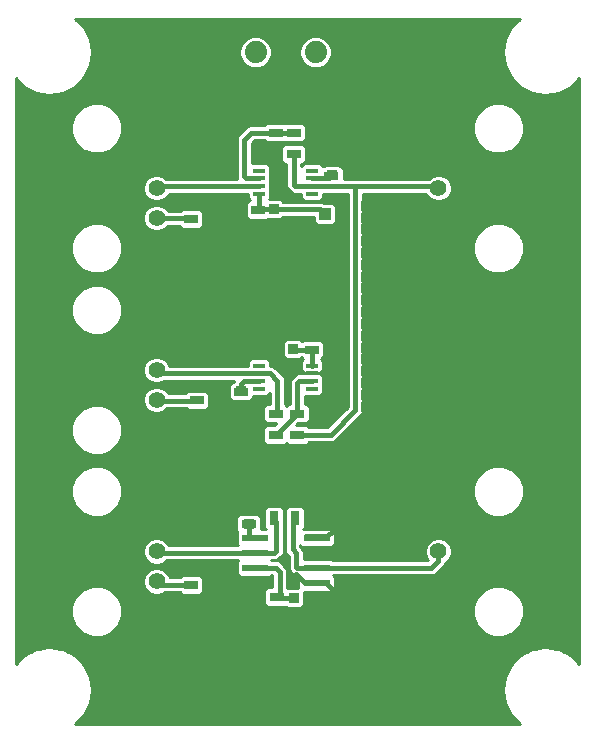
<source format=gtl>
G75*
%MOIN*%
%OFA0B0*%
%FSLAX24Y24*%
%IPPOS*%
%LPD*%
%AMOC8*
5,1,8,0,0,1.08239X$1,22.5*
%
%ADD10R,0.0394X0.0157*%
%ADD11R,0.0870X0.0240*%
%ADD12C,0.0554*%
%ADD13R,0.0472X0.0315*%
%ADD14R,0.0315X0.0472*%
%ADD15C,0.0740*%
%ADD16C,0.0160*%
%ADD17C,0.0100*%
%ADD18R,0.0317X0.0317*%
%ADD19OC8,0.0317*%
%ADD20R,0.0396X0.0396*%
D10*
X016759Y011772D03*
X016759Y012028D03*
X016759Y012284D03*
X016759Y012540D03*
X018541Y012540D03*
X018541Y012284D03*
X018541Y012028D03*
X018541Y011772D03*
X018540Y018270D03*
X018540Y018526D03*
X018540Y018782D03*
X018540Y019038D03*
X016759Y019038D03*
X016759Y018782D03*
X016759Y018526D03*
X016759Y018270D03*
D11*
X016620Y006798D03*
X016620Y006298D03*
X016620Y005798D03*
X016620Y005298D03*
X018680Y005298D03*
X018680Y005798D03*
X018680Y006298D03*
X018680Y006798D03*
D12*
X022736Y006351D03*
X022736Y007351D03*
X013351Y006351D03*
X013351Y005351D03*
X013351Y011394D03*
X013351Y012394D03*
X013351Y017457D03*
X013351Y018457D03*
X022736Y018457D03*
X022736Y019457D03*
D13*
X019175Y019569D03*
X019175Y018860D03*
X017914Y019600D03*
X017314Y019600D03*
X017314Y020308D03*
X017914Y020308D03*
X016723Y017736D03*
X016723Y017027D03*
X014500Y016725D03*
X014500Y017433D03*
X018530Y013783D03*
X018530Y013074D03*
X016157Y011674D03*
X016157Y010966D03*
X017318Y010937D03*
X017318Y010229D03*
X018044Y010229D03*
X018044Y010937D03*
X014697Y010672D03*
X014697Y011381D03*
X016417Y007976D03*
X016417Y007267D03*
X014500Y005229D03*
X014500Y004520D03*
X017348Y004835D03*
X017348Y004126D03*
D14*
X017260Y007448D03*
X017969Y007448D03*
D15*
X017650Y022985D03*
X016650Y022985D03*
X018650Y022985D03*
D16*
X017914Y020308D02*
X017314Y020308D01*
X017314Y020307D01*
X016508Y020307D01*
X016272Y020071D01*
X016272Y018851D01*
X016340Y018782D01*
X016759Y018782D01*
X016759Y018526D02*
X013474Y018526D01*
X013351Y018457D01*
X013351Y017457D02*
X014480Y017454D01*
X014500Y017433D01*
X016723Y017736D02*
X016736Y017748D01*
X017256Y017748D01*
X018792Y017748D01*
X018949Y017591D01*
X018540Y018526D02*
X017974Y018526D01*
X017925Y018575D01*
X017925Y019589D01*
X017914Y019600D01*
X018540Y018782D02*
X019097Y018782D01*
X019175Y018860D01*
X019175Y018880D01*
X019185Y018890D01*
X018540Y018526D02*
X019973Y018526D01*
X019973Y011056D01*
X019146Y010229D01*
X018044Y010229D01*
X017897Y010808D02*
X017318Y010229D01*
X017897Y010808D02*
X018026Y010937D01*
X018044Y010955D01*
X018044Y011961D01*
X018110Y012028D01*
X018541Y012028D01*
X018541Y012540D02*
X018541Y013064D01*
X018530Y013074D01*
X017914Y013074D01*
X017886Y013103D01*
X017130Y012284D02*
X016759Y012284D01*
X013484Y012284D01*
X013351Y012394D01*
X013351Y011394D02*
X013379Y011366D01*
X014682Y011366D01*
X014697Y011381D01*
X016154Y011678D02*
X016157Y011674D01*
X016154Y011678D02*
X016154Y011685D01*
X016154Y011922D01*
X016260Y012028D01*
X016759Y012028D01*
X017130Y012284D02*
X017374Y012040D01*
X017374Y010994D01*
X017318Y010937D01*
X018026Y010937D02*
X018044Y010937D01*
X017969Y007448D02*
X017886Y007444D01*
X017886Y006410D01*
X017997Y006298D01*
X017997Y005826D01*
X018044Y005780D01*
X018661Y005780D01*
X018680Y005798D01*
X022511Y005798D01*
X022729Y006016D01*
X022729Y006343D01*
X022736Y006351D01*
X019461Y007079D02*
X019421Y007040D01*
X019225Y007040D01*
X019028Y006843D01*
X018319Y006843D01*
X017335Y006370D02*
X017335Y007334D01*
X017260Y007448D01*
X016429Y007276D02*
X016417Y007267D01*
X016417Y006830D01*
X016588Y006830D01*
X016620Y006798D01*
X016417Y006830D02*
X016390Y006804D01*
X016620Y006298D02*
X017263Y006298D01*
X017335Y006370D01*
X017316Y005798D02*
X016620Y005798D01*
X017316Y005798D02*
X017453Y005662D01*
X017453Y004940D01*
X017348Y004835D01*
X017388Y004796D01*
X017925Y004796D01*
X018280Y005307D02*
X018004Y005583D01*
X018280Y005307D02*
X018988Y005307D01*
X019303Y004993D01*
X016620Y006298D02*
X013458Y006298D01*
X013351Y006351D01*
X013351Y005351D02*
X013473Y005229D01*
X014500Y005229D01*
X016723Y017736D02*
X016732Y017736D01*
X016744Y017748D01*
X016723Y017736D02*
X016759Y017850D01*
X016759Y018270D01*
X019973Y018526D02*
X022648Y018526D01*
X022736Y018457D01*
D17*
X008651Y022119D02*
X008651Y002590D01*
X008938Y002878D01*
X008938Y002878D01*
X009335Y003080D01*
X009335Y003080D01*
X009776Y003150D01*
X009776Y003150D01*
X010216Y003080D01*
X010613Y002878D01*
X010929Y002562D01*
X010929Y002562D01*
X011131Y002165D01*
X011131Y002165D01*
X011201Y001725D01*
X011131Y001284D01*
X011131Y001284D01*
X010929Y000887D01*
X010929Y000887D01*
X010641Y000600D01*
X025446Y000600D01*
X025158Y000887D01*
X025158Y000887D01*
X024956Y001284D01*
X024956Y001284D01*
X024886Y001725D01*
X024886Y001725D01*
X024956Y002165D01*
X024956Y002165D01*
X025158Y002562D01*
X025158Y002562D01*
X025474Y002878D01*
X025474Y002878D01*
X025871Y003080D01*
X025871Y003080D01*
X026311Y003150D01*
X026311Y003150D01*
X026752Y003080D01*
X026752Y003080D01*
X027149Y002878D01*
X027149Y002878D01*
X027436Y002590D01*
X027436Y022119D01*
X027149Y021832D01*
X027149Y021832D01*
X026752Y021629D01*
X026752Y021629D01*
X026311Y021560D01*
X026311Y021560D01*
X025871Y021629D01*
X025871Y021629D01*
X025474Y021832D01*
X025474Y021832D01*
X025158Y022147D01*
X025158Y022147D01*
X024956Y022544D01*
X024886Y022985D01*
X024956Y023425D01*
X025158Y023822D01*
X025446Y024109D01*
X010641Y024109D01*
X010929Y023822D01*
X010929Y023822D01*
X011131Y023425D01*
X011131Y023425D01*
X011201Y022985D01*
X011131Y022544D01*
X010929Y022147D01*
X010929Y022147D01*
X010613Y021832D01*
X010613Y021832D01*
X010216Y021629D01*
X010216Y021629D01*
X009776Y021560D01*
X009776Y021560D01*
X009335Y021629D01*
X009335Y021629D01*
X008938Y021832D01*
X008938Y021832D01*
X008651Y022119D01*
X008651Y022116D02*
X008654Y022116D01*
X008651Y022017D02*
X008753Y022017D01*
X008851Y021919D02*
X008651Y021919D01*
X008651Y021820D02*
X008961Y021820D01*
X009155Y021722D02*
X008651Y021722D01*
X008651Y021623D02*
X009375Y021623D01*
X008651Y021525D02*
X027436Y021525D01*
X027436Y021623D02*
X026712Y021623D01*
X026932Y021722D02*
X027436Y021722D01*
X027436Y021820D02*
X027126Y021820D01*
X027236Y021919D02*
X027436Y021919D01*
X027436Y022017D02*
X027334Y022017D01*
X027433Y022116D02*
X027436Y022116D01*
X027436Y021426D02*
X008651Y021426D01*
X008651Y021328D02*
X027436Y021328D01*
X027436Y021229D02*
X025077Y021229D01*
X025214Y021172D02*
X024904Y021301D01*
X024569Y021301D01*
X024259Y021172D01*
X024021Y020935D01*
X023893Y020625D01*
X023893Y020289D01*
X024021Y019979D01*
X024259Y019742D01*
X024569Y019613D01*
X024904Y019613D01*
X025214Y019742D01*
X025452Y019979D01*
X025580Y020289D01*
X025580Y020625D01*
X025452Y020935D01*
X025214Y021172D01*
X025256Y021131D02*
X027436Y021131D01*
X027436Y021032D02*
X025355Y021032D01*
X025452Y020934D02*
X027436Y020934D01*
X027436Y020835D02*
X025493Y020835D01*
X025534Y020737D02*
X027436Y020737D01*
X027436Y020638D02*
X025575Y020638D01*
X025580Y020540D02*
X027436Y020540D01*
X027436Y020441D02*
X025580Y020441D01*
X025580Y020343D02*
X027436Y020343D01*
X027436Y020244D02*
X025561Y020244D01*
X025521Y020146D02*
X027436Y020146D01*
X027436Y020047D02*
X025480Y020047D01*
X025421Y019949D02*
X027436Y019949D01*
X027436Y019850D02*
X025323Y019850D01*
X025224Y019752D02*
X027436Y019752D01*
X027436Y019653D02*
X025000Y019653D01*
X024473Y019653D02*
X018321Y019653D01*
X018321Y019555D02*
X027436Y019555D01*
X027436Y019456D02*
X018321Y019456D01*
X018321Y019372D02*
X018321Y019828D01*
X018221Y019927D01*
X017608Y019927D01*
X017508Y019828D01*
X017508Y019372D01*
X017608Y019272D01*
X017675Y019272D01*
X017675Y018525D01*
X017713Y018434D01*
X017784Y018363D01*
X017833Y018314D01*
X017925Y018276D01*
X018174Y018276D01*
X018174Y018121D01*
X018273Y018022D01*
X018808Y018022D01*
X018907Y018121D01*
X018907Y018276D01*
X019723Y018276D01*
X019723Y011159D01*
X019042Y010479D01*
X018428Y010479D01*
X018350Y010556D01*
X017999Y010556D01*
X018052Y010610D01*
X018350Y010610D01*
X018450Y010710D01*
X018450Y011165D01*
X018350Y011265D01*
X018294Y011265D01*
X018294Y011523D01*
X018808Y011523D01*
X018908Y011623D01*
X018908Y012177D01*
X018808Y012277D01*
X018594Y012277D01*
X018591Y012278D01*
X018061Y012278D01*
X017969Y012240D01*
X017902Y012173D01*
X017832Y012103D01*
X017794Y012011D01*
X017794Y011265D01*
X017737Y011265D01*
X017681Y011209D01*
X017624Y011265D01*
X017624Y012089D01*
X017586Y012181D01*
X017516Y012252D01*
X017272Y012496D01*
X017180Y012534D01*
X017126Y012534D01*
X017126Y012689D01*
X017027Y012789D01*
X016492Y012789D01*
X016392Y012689D01*
X016392Y012534D01*
X013777Y012534D01*
X013730Y012647D01*
X013604Y012773D01*
X013440Y012841D01*
X013262Y012841D01*
X013097Y012773D01*
X012972Y012647D01*
X012903Y012483D01*
X012903Y012305D01*
X012972Y012141D01*
X013097Y012015D01*
X013262Y011947D01*
X013440Y011947D01*
X013604Y012015D01*
X013623Y012034D01*
X015930Y012034D01*
X015919Y012009D01*
X015912Y012002D01*
X015850Y012002D01*
X015751Y011902D01*
X015751Y011447D01*
X015850Y011347D01*
X016464Y011347D01*
X016563Y011447D01*
X016563Y011523D01*
X017027Y011523D01*
X017124Y011621D01*
X017124Y011265D01*
X017011Y011265D01*
X016911Y011165D01*
X016911Y010710D01*
X017011Y010610D01*
X017345Y010610D01*
X017291Y010556D01*
X017011Y010556D01*
X016911Y010457D01*
X016911Y010001D01*
X017011Y009901D01*
X017624Y009901D01*
X017681Y009958D01*
X017737Y009901D01*
X018350Y009901D01*
X018428Y009979D01*
X019196Y009979D01*
X019288Y010017D01*
X020114Y010844D01*
X020185Y010914D01*
X020223Y011006D01*
X020223Y018276D01*
X022327Y018276D01*
X022357Y018204D01*
X022483Y018078D01*
X022648Y018010D01*
X022825Y018010D01*
X022990Y018078D01*
X023116Y018204D01*
X023184Y018368D01*
X023184Y018546D01*
X023116Y018710D01*
X022990Y018836D01*
X022825Y018904D01*
X022648Y018904D01*
X022483Y018836D01*
X022423Y018776D01*
X019581Y018776D01*
X019581Y019088D01*
X019482Y019188D01*
X019446Y019188D01*
X019414Y019219D01*
X018956Y019219D01*
X018925Y019188D01*
X018907Y019188D01*
X018808Y019287D01*
X018273Y019287D01*
X018175Y019189D01*
X018175Y019272D01*
X018221Y019272D01*
X018321Y019372D01*
X018306Y019358D02*
X027436Y019358D01*
X027436Y019259D02*
X018836Y019259D01*
X018245Y019259D02*
X018175Y019259D01*
X017675Y019259D02*
X017054Y019259D01*
X017026Y019287D02*
X017126Y019187D01*
X017126Y018121D01*
X017082Y018077D01*
X017485Y018077D01*
X017564Y017998D01*
X018841Y017998D01*
X018933Y017960D01*
X018934Y017959D01*
X019218Y017959D01*
X019317Y017859D01*
X019317Y017322D01*
X019218Y017223D01*
X018681Y017223D01*
X018581Y017322D01*
X018581Y017498D01*
X017564Y017498D01*
X017485Y017420D01*
X017041Y017420D01*
X017030Y017408D01*
X016416Y017408D01*
X016317Y017508D01*
X016317Y017964D01*
X016416Y018063D01*
X016450Y018063D01*
X016392Y018121D01*
X016392Y018276D01*
X013760Y018276D01*
X013730Y018204D01*
X013604Y018078D01*
X013440Y018010D01*
X013262Y018010D01*
X013097Y018078D01*
X012972Y018204D01*
X012903Y018368D01*
X012903Y018546D01*
X012972Y018710D01*
X013097Y018836D01*
X013262Y018904D01*
X013440Y018904D01*
X013604Y018836D01*
X013664Y018776D01*
X016032Y018776D01*
X016022Y018801D01*
X016022Y020121D01*
X016060Y020213D01*
X016296Y020449D01*
X016366Y020519D01*
X016458Y020557D01*
X016930Y020557D01*
X017008Y020636D01*
X018221Y020636D01*
X018321Y020536D01*
X018321Y020080D01*
X018221Y019981D01*
X017008Y019981D01*
X016931Y020057D01*
X016612Y020057D01*
X016522Y019968D01*
X016522Y019287D01*
X017026Y019287D01*
X017126Y019161D02*
X017675Y019161D01*
X017675Y019062D02*
X017126Y019062D01*
X017126Y018964D02*
X017675Y018964D01*
X017675Y018865D02*
X017126Y018865D01*
X017126Y018767D02*
X017675Y018767D01*
X017675Y018668D02*
X017126Y018668D01*
X017126Y018570D02*
X017675Y018570D01*
X017698Y018471D02*
X017126Y018471D01*
X017126Y018373D02*
X017775Y018373D01*
X018174Y018274D02*
X017126Y018274D01*
X017126Y018176D02*
X018174Y018176D01*
X018218Y018077D02*
X017485Y018077D01*
X017552Y017486D02*
X018581Y017486D01*
X018581Y017388D02*
X014906Y017388D01*
X014906Y017486D02*
X016339Y017486D01*
X016317Y017585D02*
X014906Y017585D01*
X014906Y017661D02*
X014807Y017761D01*
X014194Y017761D01*
X014138Y017705D01*
X013732Y017706D01*
X013730Y017710D01*
X013604Y017836D01*
X013440Y017904D01*
X013262Y017904D01*
X013097Y017836D01*
X012972Y017710D01*
X012903Y017546D01*
X012903Y017368D01*
X012972Y017204D01*
X013097Y017078D01*
X013262Y017010D01*
X013440Y017010D01*
X013604Y017078D01*
X013730Y017204D01*
X013731Y017206D01*
X014095Y017205D01*
X014194Y017106D01*
X014807Y017106D01*
X014906Y017206D01*
X014906Y017661D01*
X014885Y017683D02*
X016317Y017683D01*
X016317Y017782D02*
X013659Y017782D01*
X013498Y017880D02*
X016317Y017880D01*
X016332Y017979D02*
X008651Y017979D01*
X008651Y018077D02*
X013100Y018077D01*
X013000Y018176D02*
X008651Y018176D01*
X008651Y018274D02*
X012942Y018274D01*
X012903Y018373D02*
X008651Y018373D01*
X008651Y018471D02*
X012903Y018471D01*
X012913Y018570D02*
X008651Y018570D01*
X008651Y018668D02*
X012954Y018668D01*
X013028Y018767D02*
X008651Y018767D01*
X008651Y018865D02*
X013167Y018865D01*
X013534Y018865D02*
X016022Y018865D01*
X016022Y018964D02*
X008651Y018964D01*
X008651Y019062D02*
X016022Y019062D01*
X016022Y019161D02*
X008651Y019161D01*
X008651Y019259D02*
X016022Y019259D01*
X016022Y019358D02*
X008651Y019358D01*
X008651Y019456D02*
X016022Y019456D01*
X016022Y019555D02*
X008651Y019555D01*
X008651Y019653D02*
X011087Y019653D01*
X011183Y019613D02*
X011518Y019613D01*
X011829Y019742D01*
X012066Y019979D01*
X012194Y020289D01*
X012194Y020625D01*
X012066Y020935D01*
X011829Y021172D01*
X011518Y021301D01*
X011183Y021301D01*
X010873Y021172D01*
X010635Y020935D01*
X010507Y020625D01*
X010507Y020289D01*
X010635Y019979D01*
X010873Y019742D01*
X011183Y019613D01*
X010863Y019752D02*
X008651Y019752D01*
X008651Y019850D02*
X010764Y019850D01*
X010666Y019949D02*
X008651Y019949D01*
X008651Y020047D02*
X010607Y020047D01*
X010566Y020146D02*
X008651Y020146D01*
X008651Y020244D02*
X010526Y020244D01*
X010507Y020343D02*
X008651Y020343D01*
X008651Y020441D02*
X010507Y020441D01*
X010507Y020540D02*
X008651Y020540D01*
X008651Y020638D02*
X010512Y020638D01*
X010553Y020737D02*
X008651Y020737D01*
X008651Y020835D02*
X010594Y020835D01*
X010635Y020934D02*
X008651Y020934D01*
X008651Y021032D02*
X010732Y021032D01*
X010831Y021131D02*
X008651Y021131D01*
X008651Y021229D02*
X011010Y021229D01*
X011692Y021229D02*
X024395Y021229D01*
X024217Y021131D02*
X011870Y021131D01*
X011969Y021032D02*
X024118Y021032D01*
X024021Y020934D02*
X012066Y020934D01*
X012107Y020835D02*
X023980Y020835D01*
X023939Y020737D02*
X012148Y020737D01*
X012189Y020638D02*
X023898Y020638D01*
X023893Y020540D02*
X018317Y020540D01*
X018321Y020441D02*
X023893Y020441D01*
X023893Y020343D02*
X018321Y020343D01*
X018321Y020244D02*
X023911Y020244D01*
X023952Y020146D02*
X018321Y020146D01*
X018287Y020047D02*
X023993Y020047D01*
X024052Y019949D02*
X016522Y019949D01*
X016522Y019850D02*
X017531Y019850D01*
X017508Y019752D02*
X016522Y019752D01*
X016522Y019653D02*
X017508Y019653D01*
X017508Y019555D02*
X016522Y019555D01*
X016522Y019456D02*
X017508Y019456D01*
X017522Y019358D02*
X016522Y019358D01*
X016022Y019653D02*
X011614Y019653D01*
X011838Y019752D02*
X016022Y019752D01*
X016022Y019850D02*
X011937Y019850D01*
X012035Y019949D02*
X016022Y019949D01*
X016022Y020047D02*
X012094Y020047D01*
X012135Y020146D02*
X016032Y020146D01*
X016091Y020244D02*
X012176Y020244D01*
X012194Y020343D02*
X016190Y020343D01*
X016288Y020441D02*
X012194Y020441D01*
X012194Y020540D02*
X016415Y020540D01*
X016601Y020047D02*
X016942Y020047D01*
X018298Y019850D02*
X024150Y019850D01*
X024249Y019752D02*
X018321Y019752D01*
X019509Y019161D02*
X027436Y019161D01*
X027436Y019062D02*
X019581Y019062D01*
X019581Y018964D02*
X027436Y018964D01*
X027436Y018865D02*
X022920Y018865D01*
X023059Y018767D02*
X027436Y018767D01*
X027436Y018668D02*
X023133Y018668D01*
X023174Y018570D02*
X027436Y018570D01*
X027436Y018471D02*
X023184Y018471D01*
X023184Y018373D02*
X027436Y018373D01*
X027436Y018274D02*
X023145Y018274D01*
X023087Y018176D02*
X027436Y018176D01*
X027436Y018077D02*
X022987Y018077D01*
X022485Y018077D02*
X020223Y018077D01*
X020223Y017979D02*
X027436Y017979D01*
X027436Y017880D02*
X020223Y017880D01*
X020223Y017782D02*
X027436Y017782D01*
X027436Y017683D02*
X020223Y017683D01*
X020223Y017585D02*
X027436Y017585D01*
X027436Y017486D02*
X020223Y017486D01*
X020223Y017388D02*
X027436Y017388D01*
X027436Y017289D02*
X024933Y017289D01*
X024904Y017301D02*
X025214Y017172D01*
X025452Y016935D01*
X025580Y016625D01*
X025580Y016289D01*
X025452Y015979D01*
X025214Y015742D01*
X024904Y015613D01*
X024569Y015613D01*
X024259Y015742D01*
X024021Y015979D01*
X023893Y016289D01*
X023893Y016625D01*
X024021Y016935D01*
X024259Y017172D01*
X024569Y017301D01*
X024904Y017301D01*
X025170Y017191D02*
X027436Y017191D01*
X027436Y017092D02*
X025295Y017092D01*
X025393Y016994D02*
X027436Y016994D01*
X027436Y016895D02*
X025468Y016895D01*
X025509Y016797D02*
X027436Y016797D01*
X027436Y016698D02*
X025550Y016698D01*
X025580Y016600D02*
X027436Y016600D01*
X027436Y016501D02*
X025580Y016501D01*
X025580Y016403D02*
X027436Y016403D01*
X027436Y016304D02*
X025580Y016304D01*
X025545Y016206D02*
X027436Y016206D01*
X027436Y016107D02*
X025505Y016107D01*
X025464Y016009D02*
X027436Y016009D01*
X027436Y015910D02*
X025383Y015910D01*
X025284Y015812D02*
X027436Y015812D01*
X027436Y015713D02*
X025145Y015713D01*
X024907Y015615D02*
X027436Y015615D01*
X027436Y015516D02*
X020223Y015516D01*
X020223Y015418D02*
X027436Y015418D01*
X027436Y015319D02*
X020223Y015319D01*
X020223Y015221D02*
X027436Y015221D01*
X027436Y015122D02*
X020223Y015122D01*
X020223Y015024D02*
X027436Y015024D01*
X027436Y014925D02*
X020223Y014925D01*
X020223Y014827D02*
X027436Y014827D01*
X027436Y014728D02*
X020223Y014728D01*
X020223Y014630D02*
X027436Y014630D01*
X027436Y014531D02*
X020223Y014531D01*
X020223Y014433D02*
X027436Y014433D01*
X027436Y014334D02*
X020223Y014334D01*
X020223Y014236D02*
X027436Y014236D01*
X027436Y014137D02*
X020223Y014137D01*
X020223Y014039D02*
X027436Y014039D01*
X027436Y013940D02*
X020223Y013940D01*
X020223Y013842D02*
X027436Y013842D01*
X027436Y013743D02*
X020223Y013743D01*
X020223Y013645D02*
X027436Y013645D01*
X027436Y013546D02*
X020223Y013546D01*
X020223Y013448D02*
X027436Y013448D01*
X027436Y013349D02*
X020223Y013349D01*
X020223Y013251D02*
X027436Y013251D01*
X027436Y013152D02*
X020223Y013152D01*
X020223Y013054D02*
X027436Y013054D01*
X027436Y012955D02*
X020223Y012955D01*
X020223Y012857D02*
X027436Y012857D01*
X027436Y012758D02*
X020223Y012758D01*
X020223Y012660D02*
X027436Y012660D01*
X027436Y012561D02*
X020223Y012561D01*
X020223Y012463D02*
X027436Y012463D01*
X027436Y012364D02*
X020223Y012364D01*
X020223Y012266D02*
X027436Y012266D01*
X027436Y012167D02*
X020223Y012167D01*
X020223Y012069D02*
X027436Y012069D01*
X027436Y011970D02*
X020223Y011970D01*
X020223Y011872D02*
X027436Y011872D01*
X027436Y011773D02*
X020223Y011773D01*
X020223Y011675D02*
X027436Y011675D01*
X027436Y011576D02*
X020223Y011576D01*
X020223Y011478D02*
X027436Y011478D01*
X027436Y011379D02*
X020223Y011379D01*
X020223Y011281D02*
X027436Y011281D01*
X027436Y011182D02*
X020223Y011182D01*
X020223Y011084D02*
X027436Y011084D01*
X027436Y010985D02*
X020214Y010985D01*
X020157Y010887D02*
X027436Y010887D01*
X027436Y010788D02*
X020059Y010788D01*
X019960Y010690D02*
X027436Y010690D01*
X027436Y010591D02*
X019862Y010591D01*
X019763Y010493D02*
X027436Y010493D01*
X027436Y010394D02*
X019665Y010394D01*
X019566Y010296D02*
X027436Y010296D01*
X027436Y010197D02*
X019468Y010197D01*
X019369Y010099D02*
X027436Y010099D01*
X027436Y010000D02*
X019247Y010000D01*
X019056Y010493D02*
X018414Y010493D01*
X018430Y010690D02*
X019253Y010690D01*
X019352Y010788D02*
X018450Y010788D01*
X018450Y010887D02*
X019450Y010887D01*
X019549Y010985D02*
X018450Y010985D01*
X018450Y011084D02*
X019647Y011084D01*
X019723Y011182D02*
X018433Y011182D01*
X018294Y011281D02*
X019723Y011281D01*
X019723Y011379D02*
X018294Y011379D01*
X018294Y011478D02*
X019723Y011478D01*
X019723Y011576D02*
X018861Y011576D01*
X018908Y011675D02*
X019723Y011675D01*
X019723Y011773D02*
X018908Y011773D01*
X018908Y011872D02*
X019723Y011872D01*
X019723Y011970D02*
X018908Y011970D01*
X018908Y012069D02*
X019723Y012069D01*
X019723Y012167D02*
X018908Y012167D01*
X018819Y012266D02*
X019723Y012266D01*
X019723Y012364D02*
X018881Y012364D01*
X018908Y012391D02*
X018908Y012689D01*
X018843Y012753D01*
X018936Y012847D01*
X018936Y013302D01*
X018837Y013402D01*
X018224Y013402D01*
X018184Y013363D01*
X018115Y013431D01*
X017657Y013431D01*
X017557Y013332D01*
X017557Y012874D01*
X017657Y012774D01*
X018115Y012774D01*
X018156Y012815D01*
X018224Y012747D01*
X018232Y012747D01*
X018174Y012689D01*
X018174Y012391D01*
X018274Y012291D01*
X018488Y012291D01*
X018491Y012290D01*
X018591Y012290D01*
X018594Y012291D01*
X018808Y012291D01*
X018908Y012391D01*
X018908Y012463D02*
X019723Y012463D01*
X019723Y012561D02*
X018908Y012561D01*
X018908Y012660D02*
X019723Y012660D01*
X019723Y012758D02*
X018848Y012758D01*
X018936Y012857D02*
X019723Y012857D01*
X019723Y012955D02*
X018936Y012955D01*
X018936Y013054D02*
X019723Y013054D01*
X019723Y013152D02*
X018936Y013152D01*
X018936Y013251D02*
X019723Y013251D01*
X019723Y013349D02*
X018890Y013349D01*
X019723Y013448D02*
X008651Y013448D01*
X008651Y013546D02*
X019723Y013546D01*
X019723Y013645D02*
X011746Y013645D01*
X011829Y013679D02*
X012066Y013916D01*
X012194Y014226D01*
X012194Y014562D01*
X012066Y014872D01*
X011829Y015109D01*
X011518Y015238D01*
X011183Y015238D01*
X010873Y015109D01*
X010635Y014872D01*
X010507Y014562D01*
X010507Y014226D01*
X010635Y013916D01*
X010873Y013679D01*
X011183Y013550D01*
X011518Y013550D01*
X011829Y013679D01*
X011893Y013743D02*
X019723Y013743D01*
X019723Y013842D02*
X011991Y013842D01*
X012076Y013940D02*
X019723Y013940D01*
X019723Y014039D02*
X012117Y014039D01*
X012157Y014137D02*
X019723Y014137D01*
X019723Y014236D02*
X012194Y014236D01*
X012194Y014334D02*
X019723Y014334D01*
X019723Y014433D02*
X012194Y014433D01*
X012194Y014531D02*
X019723Y014531D01*
X019723Y014630D02*
X012166Y014630D01*
X012126Y014728D02*
X019723Y014728D01*
X019723Y014827D02*
X012085Y014827D01*
X012013Y014925D02*
X019723Y014925D01*
X019723Y015024D02*
X011914Y015024D01*
X011798Y015122D02*
X019723Y015122D01*
X019723Y015221D02*
X011560Y015221D01*
X011518Y015613D02*
X011183Y015613D01*
X010873Y015742D01*
X010635Y015979D01*
X010507Y016289D01*
X010507Y016625D01*
X010635Y016935D01*
X010873Y017172D01*
X011183Y017301D01*
X011518Y017301D01*
X011829Y017172D01*
X012066Y016935D01*
X012194Y016625D01*
X012194Y016289D01*
X012066Y015979D01*
X011829Y015742D01*
X011518Y015613D01*
X011521Y015615D02*
X019723Y015615D01*
X019723Y015713D02*
X011759Y015713D01*
X011898Y015812D02*
X019723Y015812D01*
X019723Y015910D02*
X011997Y015910D01*
X012078Y016009D02*
X019723Y016009D01*
X019723Y016107D02*
X012119Y016107D01*
X012160Y016206D02*
X019723Y016206D01*
X019723Y016304D02*
X012194Y016304D01*
X012194Y016403D02*
X019723Y016403D01*
X019723Y016501D02*
X012194Y016501D01*
X012194Y016600D02*
X019723Y016600D01*
X019723Y016698D02*
X012164Y016698D01*
X012123Y016797D02*
X019723Y016797D01*
X019723Y016895D02*
X012082Y016895D01*
X012007Y016994D02*
X019723Y016994D01*
X019723Y017092D02*
X013618Y017092D01*
X013716Y017191D02*
X014109Y017191D01*
X014891Y017191D02*
X019723Y017191D01*
X019723Y017289D02*
X019284Y017289D01*
X019317Y017388D02*
X019723Y017388D01*
X019723Y017486D02*
X019317Y017486D01*
X019317Y017585D02*
X019723Y017585D01*
X019723Y017683D02*
X019317Y017683D01*
X019317Y017782D02*
X019723Y017782D01*
X019723Y017880D02*
X019297Y017880D01*
X018889Y017979D02*
X019723Y017979D01*
X019723Y018077D02*
X018863Y018077D01*
X018907Y018176D02*
X019723Y018176D01*
X019723Y018274D02*
X018907Y018274D01*
X019581Y018865D02*
X022553Y018865D01*
X022328Y018274D02*
X020223Y018274D01*
X020223Y018176D02*
X022386Y018176D01*
X024178Y017092D02*
X020223Y017092D01*
X020223Y016994D02*
X024080Y016994D01*
X024005Y016895D02*
X020223Y016895D01*
X020223Y016797D02*
X023964Y016797D01*
X023923Y016698D02*
X020223Y016698D01*
X020223Y016600D02*
X023893Y016600D01*
X023893Y016501D02*
X020223Y016501D01*
X020223Y016403D02*
X023893Y016403D01*
X023893Y016304D02*
X020223Y016304D01*
X020223Y016206D02*
X023927Y016206D01*
X023968Y016107D02*
X020223Y016107D01*
X020223Y016009D02*
X024009Y016009D01*
X024090Y015910D02*
X020223Y015910D01*
X020223Y015812D02*
X024189Y015812D01*
X024328Y015713D02*
X020223Y015713D01*
X020223Y015615D02*
X024566Y015615D01*
X024302Y017191D02*
X020223Y017191D01*
X020223Y017289D02*
X024540Y017289D01*
X019723Y015516D02*
X008651Y015516D01*
X008651Y015418D02*
X019723Y015418D01*
X019723Y015319D02*
X008651Y015319D01*
X008651Y015221D02*
X011141Y015221D01*
X010903Y015122D02*
X008651Y015122D01*
X008651Y015024D02*
X010787Y015024D01*
X010688Y014925D02*
X008651Y014925D01*
X008651Y014827D02*
X010617Y014827D01*
X010576Y014728D02*
X008651Y014728D01*
X008651Y014630D02*
X010535Y014630D01*
X010507Y014531D02*
X008651Y014531D01*
X008651Y014433D02*
X010507Y014433D01*
X010507Y014334D02*
X008651Y014334D01*
X008651Y014236D02*
X010507Y014236D01*
X010544Y014137D02*
X008651Y014137D01*
X008651Y014039D02*
X010585Y014039D01*
X010625Y013940D02*
X008651Y013940D01*
X008651Y013842D02*
X010710Y013842D01*
X010809Y013743D02*
X008651Y013743D01*
X008651Y013645D02*
X010956Y013645D01*
X012984Y012660D02*
X008651Y012660D01*
X008651Y012758D02*
X013082Y012758D01*
X012936Y012561D02*
X008651Y012561D01*
X008651Y012463D02*
X012903Y012463D01*
X012903Y012364D02*
X008651Y012364D01*
X008651Y012266D02*
X012920Y012266D01*
X012961Y012167D02*
X008651Y012167D01*
X008651Y012069D02*
X013044Y012069D01*
X013206Y011970D02*
X008651Y011970D01*
X008651Y011872D02*
X015751Y011872D01*
X015751Y011773D02*
X013604Y011773D01*
X013440Y011841D01*
X013262Y011841D01*
X013097Y011773D01*
X008651Y011773D01*
X008651Y011675D02*
X012999Y011675D01*
X012972Y011647D02*
X013097Y011773D01*
X012972Y011647D02*
X012903Y011483D01*
X012903Y011305D01*
X012972Y011141D01*
X013097Y011015D01*
X013262Y010947D01*
X013440Y010947D01*
X013604Y011015D01*
X013705Y011116D01*
X014328Y011116D01*
X014390Y011053D01*
X015004Y011053D01*
X015103Y011153D01*
X015103Y011609D01*
X015004Y011708D01*
X014390Y011708D01*
X014298Y011616D01*
X013743Y011616D01*
X013730Y011647D01*
X013604Y011773D01*
X013703Y011675D02*
X014357Y011675D01*
X015037Y011675D02*
X015751Y011675D01*
X015751Y011576D02*
X015103Y011576D01*
X015103Y011478D02*
X015751Y011478D01*
X015818Y011379D02*
X015103Y011379D01*
X015103Y011281D02*
X017124Y011281D01*
X017124Y011379D02*
X016496Y011379D01*
X016563Y011478D02*
X017124Y011478D01*
X017124Y011576D02*
X017079Y011576D01*
X016928Y011182D02*
X015103Y011182D01*
X015034Y011084D02*
X016911Y011084D01*
X016911Y010985D02*
X013532Y010985D01*
X013672Y011084D02*
X014360Y011084D01*
X013170Y010985D02*
X011953Y010985D01*
X012051Y010887D02*
X016911Y010887D01*
X016911Y010788D02*
X012101Y010788D01*
X012066Y010872D02*
X011829Y011109D01*
X011518Y011238D01*
X011183Y011238D01*
X010873Y011109D01*
X010635Y010872D01*
X010507Y010562D01*
X010507Y010226D01*
X010635Y009916D01*
X010873Y009679D01*
X011183Y009550D01*
X011518Y009550D01*
X011829Y009679D01*
X012066Y009916D01*
X012194Y010226D01*
X012194Y010562D01*
X012066Y010872D01*
X012141Y010690D02*
X016931Y010690D01*
X016947Y010493D02*
X012194Y010493D01*
X012182Y010591D02*
X017326Y010591D01*
X018033Y010591D02*
X019155Y010591D01*
X018350Y009902D02*
X027436Y009902D01*
X027436Y009803D02*
X011953Y009803D01*
X012051Y009902D02*
X017011Y009902D01*
X016912Y010000D02*
X012101Y010000D01*
X012141Y010099D02*
X016911Y010099D01*
X016911Y010197D02*
X012182Y010197D01*
X012194Y010296D02*
X016911Y010296D01*
X016911Y010394D02*
X012194Y010394D01*
X011854Y011084D02*
X013029Y011084D01*
X012954Y011182D02*
X011653Y011182D01*
X011048Y011182D02*
X008651Y011182D01*
X008651Y011084D02*
X010847Y011084D01*
X010748Y010985D02*
X008651Y010985D01*
X008651Y010887D02*
X010650Y010887D01*
X010601Y010788D02*
X008651Y010788D01*
X008651Y010690D02*
X010560Y010690D01*
X010519Y010591D02*
X008651Y010591D01*
X008651Y010493D02*
X010507Y010493D01*
X010507Y010394D02*
X008651Y010394D01*
X008651Y010296D02*
X010507Y010296D01*
X010519Y010197D02*
X008651Y010197D01*
X008651Y010099D02*
X010560Y010099D01*
X010601Y010000D02*
X008651Y010000D01*
X008651Y009902D02*
X010650Y009902D01*
X010749Y009803D02*
X008651Y009803D01*
X008651Y009705D02*
X010847Y009705D01*
X011049Y009606D02*
X008651Y009606D01*
X008651Y009508D02*
X027436Y009508D01*
X027436Y009606D02*
X011653Y009606D01*
X011854Y009705D02*
X027436Y009705D01*
X027436Y009409D02*
X008651Y009409D01*
X008651Y009311D02*
X027436Y009311D01*
X027436Y009212D02*
X008651Y009212D01*
X008651Y009114D02*
X010987Y009114D01*
X010873Y009066D02*
X010635Y008829D01*
X010507Y008519D01*
X010507Y008183D01*
X010635Y007873D01*
X010873Y007636D01*
X011183Y007507D01*
X011518Y007507D01*
X011829Y007636D01*
X016933Y007636D01*
X016933Y007538D02*
X016781Y007538D01*
X016823Y007495D02*
X016723Y007595D01*
X016668Y007595D01*
X016659Y007605D01*
X016200Y007605D01*
X016190Y007595D01*
X016110Y007595D01*
X016011Y007495D01*
X016011Y007039D01*
X016038Y007012D01*
X016015Y006989D01*
X016015Y006608D01*
X016074Y006548D01*
X013753Y006548D01*
X013730Y006604D01*
X013604Y006730D01*
X013440Y006798D01*
X013262Y006798D01*
X013097Y006730D01*
X012972Y006604D01*
X012903Y006440D01*
X012903Y006262D01*
X012972Y006097D01*
X013097Y005972D01*
X013262Y005904D01*
X013440Y005904D01*
X013604Y005972D01*
X013681Y006048D01*
X016074Y006048D01*
X016015Y005989D01*
X016015Y005608D01*
X016114Y005508D01*
X017125Y005508D01*
X017165Y005548D01*
X017203Y005548D01*
X017203Y005163D01*
X017042Y005163D01*
X016942Y005063D01*
X016942Y004607D01*
X017042Y004508D01*
X017655Y004508D01*
X017696Y004467D01*
X018155Y004467D01*
X018254Y004567D01*
X018254Y005008D01*
X019185Y005008D01*
X019285Y005108D01*
X019285Y005489D01*
X019225Y005548D01*
X019225Y005548D01*
X022561Y005548D01*
X022652Y005586D01*
X022870Y005804D01*
X022941Y005875D01*
X022979Y005966D01*
X022979Y005967D01*
X022990Y005972D01*
X023116Y006097D01*
X023184Y006262D01*
X023184Y006440D01*
X023116Y006604D01*
X022990Y006730D01*
X022825Y006798D01*
X022648Y006798D01*
X022483Y006730D01*
X022357Y006604D01*
X022289Y006440D01*
X022289Y006262D01*
X022357Y006097D01*
X022406Y006048D01*
X019225Y006048D01*
X019185Y006088D01*
X018247Y006088D01*
X018247Y006348D01*
X018209Y006440D01*
X018136Y006513D01*
X018136Y006547D01*
X018174Y006508D01*
X019185Y006508D01*
X019285Y006608D01*
X019285Y006989D01*
X019185Y007088D01*
X018243Y007088D01*
X018296Y007142D01*
X018296Y007755D01*
X018197Y007855D01*
X017741Y007855D01*
X017641Y007755D01*
X017641Y007507D01*
X017636Y007494D01*
X017636Y007488D01*
X017634Y007482D01*
X017636Y007439D01*
X017588Y007439D01*
X017636Y007439D02*
X017636Y006360D01*
X017674Y006268D01*
X017744Y006198D01*
X017747Y006195D01*
X017747Y005776D01*
X017786Y005684D01*
X017832Y005638D01*
X017902Y005568D01*
X017994Y005530D01*
X018116Y005530D01*
X018075Y005489D01*
X018075Y005124D01*
X017703Y005124D01*
X017703Y005712D01*
X017665Y005803D01*
X017595Y005874D01*
X017458Y006010D01*
X017366Y006048D01*
X017165Y006048D01*
X017165Y006048D01*
X017313Y006048D01*
X017404Y006086D01*
X017476Y006159D01*
X017747Y006159D01*
X017747Y006060D02*
X017341Y006060D01*
X017476Y006159D02*
X017547Y006229D01*
X017585Y006321D01*
X017585Y007139D01*
X017588Y007142D01*
X017588Y007321D01*
X017590Y007332D01*
X017588Y007344D01*
X017588Y007755D01*
X017488Y007855D01*
X017032Y007855D01*
X016933Y007755D01*
X016933Y007142D01*
X016986Y007088D01*
X016823Y007088D01*
X016823Y007495D01*
X016823Y007439D02*
X016933Y007439D01*
X016933Y007341D02*
X016823Y007341D01*
X016823Y007242D02*
X016933Y007242D01*
X016933Y007144D02*
X016823Y007144D01*
X017588Y007144D02*
X017636Y007144D01*
X017636Y007242D02*
X017588Y007242D01*
X017588Y007341D02*
X017636Y007341D01*
X017641Y007538D02*
X017588Y007538D01*
X017588Y007636D02*
X017641Y007636D01*
X017641Y007735D02*
X017588Y007735D01*
X017510Y007833D02*
X017719Y007833D01*
X018218Y007833D02*
X024061Y007833D01*
X024021Y007873D02*
X024259Y007636D01*
X024569Y007507D01*
X024904Y007507D01*
X025214Y007636D01*
X025452Y007873D01*
X025580Y008183D01*
X025580Y008519D01*
X025452Y008829D01*
X025214Y009066D01*
X024904Y009194D01*
X024569Y009194D01*
X024259Y009066D01*
X024021Y008829D01*
X023893Y008519D01*
X023893Y008183D01*
X024021Y007873D01*
X023997Y007932D02*
X012090Y007932D01*
X012066Y007873D02*
X012194Y008183D01*
X012194Y008519D01*
X012066Y008829D01*
X011829Y009066D01*
X011518Y009194D01*
X011183Y009194D01*
X010873Y009066D01*
X010822Y009015D02*
X008651Y009015D01*
X008651Y008917D02*
X010723Y008917D01*
X010631Y008818D02*
X008651Y008818D01*
X008651Y008720D02*
X010590Y008720D01*
X010549Y008621D02*
X008651Y008621D01*
X008651Y008523D02*
X010509Y008523D01*
X010507Y008424D02*
X008651Y008424D01*
X008651Y008326D02*
X010507Y008326D01*
X010507Y008227D02*
X008651Y008227D01*
X008651Y008129D02*
X010529Y008129D01*
X010570Y008030D02*
X008651Y008030D01*
X008651Y007932D02*
X010611Y007932D01*
X010675Y007833D02*
X008651Y007833D01*
X008651Y007735D02*
X010774Y007735D01*
X010872Y007636D02*
X008651Y007636D01*
X008651Y007538D02*
X011109Y007538D01*
X011592Y007538D02*
X016053Y007538D01*
X016011Y007439D02*
X008651Y007439D01*
X008651Y007341D02*
X016011Y007341D01*
X016011Y007242D02*
X008651Y007242D01*
X008651Y007144D02*
X016011Y007144D01*
X016011Y007045D02*
X008651Y007045D01*
X008651Y006947D02*
X016015Y006947D01*
X016015Y006848D02*
X008651Y006848D01*
X008651Y006750D02*
X013145Y006750D01*
X013018Y006651D02*
X008651Y006651D01*
X008651Y006553D02*
X012950Y006553D01*
X012909Y006454D02*
X008651Y006454D01*
X008651Y006356D02*
X012903Y006356D01*
X012905Y006257D02*
X008651Y006257D01*
X008651Y006159D02*
X012946Y006159D01*
X013009Y006060D02*
X008651Y006060D01*
X008651Y005962D02*
X013122Y005962D01*
X013181Y005765D02*
X008651Y005765D01*
X008651Y005863D02*
X016015Y005863D01*
X016015Y005765D02*
X013520Y005765D01*
X013440Y005798D02*
X013262Y005798D01*
X013097Y005730D01*
X012972Y005604D01*
X012903Y005440D01*
X012903Y005262D01*
X012972Y005097D01*
X013097Y004972D01*
X013262Y004904D01*
X013440Y004904D01*
X013604Y004972D01*
X013611Y004979D01*
X014116Y004979D01*
X014194Y004901D01*
X014807Y004901D01*
X014906Y005001D01*
X014906Y005457D01*
X014807Y005556D01*
X014194Y005556D01*
X014116Y005479D01*
X013782Y005479D01*
X013730Y005604D01*
X013604Y005730D01*
X013440Y005798D01*
X013579Y005962D02*
X016015Y005962D01*
X016074Y006048D02*
X016074Y006048D01*
X016015Y005666D02*
X013668Y005666D01*
X013745Y005568D02*
X016055Y005568D01*
X016954Y005075D02*
X014906Y005075D01*
X014906Y005174D02*
X017203Y005174D01*
X017203Y005272D02*
X014906Y005272D01*
X014906Y005371D02*
X017203Y005371D01*
X017203Y005469D02*
X014894Y005469D01*
X014882Y004977D02*
X016942Y004977D01*
X016942Y004878D02*
X012017Y004878D01*
X012066Y004829D02*
X011829Y005066D01*
X011518Y005194D01*
X011183Y005194D01*
X010873Y005066D01*
X010635Y004829D01*
X010507Y004519D01*
X010507Y004183D01*
X010635Y003873D01*
X010873Y003636D01*
X011183Y003507D01*
X011518Y003507D01*
X011829Y003636D01*
X012066Y003873D01*
X012194Y004183D01*
X012194Y004519D01*
X012066Y004829D01*
X012086Y004780D02*
X016942Y004780D01*
X016942Y004681D02*
X012127Y004681D01*
X012168Y004583D02*
X016967Y004583D01*
X017655Y004508D02*
X017655Y004508D01*
X017679Y004484D02*
X012194Y004484D01*
X012194Y004386D02*
X023893Y004386D01*
X023893Y004484D02*
X018172Y004484D01*
X018254Y004583D02*
X023919Y004583D01*
X023893Y004519D02*
X023893Y004183D01*
X024021Y003873D01*
X024259Y003636D01*
X024569Y003507D01*
X024904Y003507D01*
X025214Y003636D01*
X025452Y003873D01*
X025580Y004183D01*
X025580Y004519D01*
X025452Y004829D01*
X025214Y005066D01*
X024904Y005194D01*
X024569Y005194D01*
X024259Y005066D01*
X024021Y004829D01*
X023893Y004519D01*
X023960Y004681D02*
X018254Y004681D01*
X018254Y004780D02*
X024001Y004780D01*
X024071Y004878D02*
X018254Y004878D01*
X018254Y004977D02*
X024169Y004977D01*
X024280Y005075D02*
X019252Y005075D01*
X019285Y005174D02*
X024518Y005174D01*
X024955Y005174D02*
X027436Y005174D01*
X027436Y005272D02*
X019285Y005272D01*
X019285Y005371D02*
X027436Y005371D01*
X027436Y005469D02*
X019285Y005469D01*
X019214Y006060D02*
X022395Y006060D01*
X022332Y006159D02*
X018247Y006159D01*
X018247Y006257D02*
X022291Y006257D01*
X022289Y006356D02*
X018244Y006356D01*
X018195Y006454D02*
X022295Y006454D01*
X022336Y006553D02*
X019229Y006553D01*
X019285Y006651D02*
X022404Y006651D01*
X022531Y006750D02*
X019285Y006750D01*
X019285Y006848D02*
X027436Y006848D01*
X027436Y006750D02*
X022942Y006750D01*
X023069Y006651D02*
X027436Y006651D01*
X027436Y006553D02*
X023137Y006553D01*
X023178Y006454D02*
X027436Y006454D01*
X027436Y006356D02*
X023184Y006356D01*
X023182Y006257D02*
X027436Y006257D01*
X027436Y006159D02*
X023141Y006159D01*
X023078Y006060D02*
X027436Y006060D01*
X027436Y005962D02*
X022977Y005962D01*
X022929Y005863D02*
X027436Y005863D01*
X027436Y005765D02*
X022831Y005765D01*
X022732Y005666D02*
X027436Y005666D01*
X027436Y005568D02*
X022607Y005568D01*
X023893Y004287D02*
X012194Y004287D01*
X012194Y004189D02*
X023893Y004189D01*
X023931Y004090D02*
X012156Y004090D01*
X012115Y003992D02*
X023972Y003992D01*
X024013Y003893D02*
X012074Y003893D01*
X011988Y003795D02*
X024100Y003795D01*
X024198Y003696D02*
X011889Y003696D01*
X011737Y003598D02*
X024350Y003598D01*
X025123Y003598D02*
X027436Y003598D01*
X027436Y003696D02*
X025275Y003696D01*
X025373Y003795D02*
X027436Y003795D01*
X027436Y003893D02*
X025460Y003893D01*
X025501Y003992D02*
X027436Y003992D01*
X027436Y004090D02*
X025542Y004090D01*
X025580Y004189D02*
X027436Y004189D01*
X027436Y004287D02*
X025580Y004287D01*
X025580Y004386D02*
X027436Y004386D01*
X027436Y004484D02*
X025580Y004484D01*
X025554Y004583D02*
X027436Y004583D01*
X027436Y004681D02*
X025513Y004681D01*
X025472Y004780D02*
X027436Y004780D01*
X027436Y004878D02*
X025402Y004878D01*
X025304Y004977D02*
X027436Y004977D01*
X027436Y005075D02*
X025193Y005075D01*
X027436Y003499D02*
X008651Y003499D01*
X008651Y003401D02*
X027436Y003401D01*
X027436Y003302D02*
X008651Y003302D01*
X008651Y003204D02*
X027436Y003204D01*
X027436Y003105D02*
X026594Y003105D01*
X026896Y003007D02*
X027436Y003007D01*
X027436Y002908D02*
X027089Y002908D01*
X027217Y002810D02*
X027436Y002810D01*
X027436Y002711D02*
X027315Y002711D01*
X027414Y002613D02*
X027436Y002613D01*
X026028Y003105D02*
X010059Y003105D01*
X010361Y003007D02*
X025727Y003007D01*
X025533Y002908D02*
X010554Y002908D01*
X010682Y002810D02*
X025406Y002810D01*
X025307Y002711D02*
X010780Y002711D01*
X010879Y002613D02*
X025209Y002613D01*
X025134Y002514D02*
X010953Y002514D01*
X011004Y002416D02*
X025084Y002416D01*
X025033Y002317D02*
X011054Y002317D01*
X011104Y002219D02*
X024983Y002219D01*
X024949Y002120D02*
X011138Y002120D01*
X011154Y002022D02*
X024933Y002022D01*
X024918Y001923D02*
X011169Y001923D01*
X011185Y001825D02*
X024902Y001825D01*
X024886Y001726D02*
X011201Y001726D01*
X011185Y001628D02*
X024902Y001628D01*
X024917Y001529D02*
X011170Y001529D01*
X011154Y001431D02*
X024933Y001431D01*
X024948Y001332D02*
X011139Y001332D01*
X011105Y001234D02*
X024982Y001234D01*
X025032Y001135D02*
X011055Y001135D01*
X011005Y001037D02*
X025082Y001037D01*
X025133Y000938D02*
X010955Y000938D01*
X010881Y000840D02*
X025206Y000840D01*
X025305Y000741D02*
X010782Y000741D01*
X010684Y000643D02*
X025403Y000643D01*
X018075Y005174D02*
X017703Y005174D01*
X017703Y005272D02*
X018075Y005272D01*
X018075Y005371D02*
X017703Y005371D01*
X017703Y005469D02*
X018075Y005469D01*
X017903Y005568D02*
X017703Y005568D01*
X017703Y005666D02*
X017804Y005666D01*
X017832Y005638D02*
X017832Y005638D01*
X017752Y005765D02*
X017681Y005765D01*
X017747Y005863D02*
X017605Y005863D01*
X017507Y005962D02*
X017747Y005962D01*
X017685Y006257D02*
X017558Y006257D01*
X017585Y006356D02*
X017638Y006356D01*
X017636Y006454D02*
X017585Y006454D01*
X017585Y006553D02*
X017636Y006553D01*
X017636Y006651D02*
X017585Y006651D01*
X017585Y006750D02*
X017636Y006750D01*
X017636Y006848D02*
X017585Y006848D01*
X017585Y006947D02*
X017636Y006947D01*
X017636Y007045D02*
X017585Y007045D01*
X018296Y007144D02*
X027436Y007144D01*
X027436Y007242D02*
X018296Y007242D01*
X018296Y007341D02*
X027436Y007341D01*
X027436Y007439D02*
X018296Y007439D01*
X018296Y007538D02*
X024495Y007538D01*
X024258Y007636D02*
X018296Y007636D01*
X018296Y007735D02*
X024160Y007735D01*
X023956Y008030D02*
X012131Y008030D01*
X012172Y008129D02*
X023915Y008129D01*
X023893Y008227D02*
X012194Y008227D01*
X012194Y008326D02*
X023893Y008326D01*
X023893Y008424D02*
X012194Y008424D01*
X012193Y008523D02*
X023894Y008523D01*
X023935Y008621D02*
X012152Y008621D01*
X012111Y008720D02*
X023976Y008720D01*
X024017Y008818D02*
X012070Y008818D01*
X011978Y008917D02*
X024109Y008917D01*
X024208Y009015D02*
X011880Y009015D01*
X011714Y009114D02*
X024373Y009114D01*
X025100Y009114D02*
X027436Y009114D01*
X027436Y009015D02*
X025265Y009015D01*
X025364Y008917D02*
X027436Y008917D01*
X027436Y008818D02*
X025456Y008818D01*
X025497Y008720D02*
X027436Y008720D01*
X027436Y008621D02*
X025538Y008621D01*
X025579Y008523D02*
X027436Y008523D01*
X027436Y008424D02*
X025580Y008424D01*
X025580Y008326D02*
X027436Y008326D01*
X027436Y008227D02*
X025580Y008227D01*
X025558Y008129D02*
X027436Y008129D01*
X027436Y008030D02*
X025517Y008030D01*
X025476Y007932D02*
X027436Y007932D01*
X027436Y007833D02*
X025412Y007833D01*
X025313Y007735D02*
X027436Y007735D01*
X027436Y007636D02*
X025215Y007636D01*
X024978Y007538D02*
X027436Y007538D01*
X027436Y007045D02*
X019229Y007045D01*
X019285Y006947D02*
X027436Y006947D01*
X018201Y012364D02*
X017404Y012364D01*
X017502Y012266D02*
X018031Y012266D01*
X017896Y012167D02*
X017592Y012167D01*
X017624Y012069D02*
X017817Y012069D01*
X017794Y011970D02*
X017624Y011970D01*
X017624Y011872D02*
X017794Y011872D01*
X017794Y011773D02*
X017624Y011773D01*
X017624Y011675D02*
X017794Y011675D01*
X017794Y011576D02*
X017624Y011576D01*
X017624Y011478D02*
X017794Y011478D01*
X017794Y011379D02*
X017624Y011379D01*
X017624Y011281D02*
X017794Y011281D01*
X018174Y012463D02*
X017305Y012463D01*
X017126Y012561D02*
X018174Y012561D01*
X018174Y012660D02*
X017126Y012660D01*
X017057Y012758D02*
X018212Y012758D01*
X017574Y012857D02*
X008651Y012857D01*
X008651Y012955D02*
X017557Y012955D01*
X017557Y013054D02*
X008651Y013054D01*
X008651Y013152D02*
X017557Y013152D01*
X017557Y013251D02*
X008651Y013251D01*
X008651Y013349D02*
X017574Y013349D01*
X016462Y012758D02*
X013619Y012758D01*
X013718Y012660D02*
X016392Y012660D01*
X016392Y012561D02*
X013765Y012561D01*
X013495Y011970D02*
X015818Y011970D01*
X017624Y009902D02*
X017737Y009902D01*
X017011Y007833D02*
X012026Y007833D01*
X012066Y007873D02*
X011829Y007636D01*
X011928Y007735D02*
X016933Y007735D01*
X016015Y006750D02*
X013557Y006750D01*
X013683Y006651D02*
X016015Y006651D01*
X016070Y006553D02*
X013751Y006553D01*
X013033Y005666D02*
X008651Y005666D01*
X008651Y005568D02*
X012956Y005568D01*
X012916Y005469D02*
X008651Y005469D01*
X008651Y005371D02*
X012903Y005371D01*
X012903Y005272D02*
X008651Y005272D01*
X008651Y005174D02*
X011132Y005174D01*
X010894Y005075D02*
X008651Y005075D01*
X008651Y004977D02*
X010783Y004977D01*
X010685Y004878D02*
X008651Y004878D01*
X008651Y004780D02*
X010615Y004780D01*
X010574Y004681D02*
X008651Y004681D01*
X008651Y004583D02*
X010533Y004583D01*
X010507Y004484D02*
X008651Y004484D01*
X008651Y004386D02*
X010507Y004386D01*
X010507Y004287D02*
X008651Y004287D01*
X008651Y004189D02*
X010507Y004189D01*
X010545Y004090D02*
X008651Y004090D01*
X008651Y003992D02*
X010586Y003992D01*
X010627Y003893D02*
X008651Y003893D01*
X008651Y003795D02*
X010714Y003795D01*
X010812Y003696D02*
X008651Y003696D01*
X008651Y003598D02*
X010965Y003598D01*
X009493Y003105D02*
X008651Y003105D01*
X008651Y003007D02*
X009191Y003007D01*
X008998Y002908D02*
X008651Y002908D01*
X008651Y002810D02*
X008870Y002810D01*
X008772Y002711D02*
X008651Y002711D01*
X008651Y002613D02*
X008673Y002613D01*
X011569Y005174D02*
X012940Y005174D01*
X012994Y005075D02*
X011807Y005075D01*
X011918Y004977D02*
X013093Y004977D01*
X013609Y004977D02*
X014118Y004977D01*
X012914Y011281D02*
X008651Y011281D01*
X008651Y011379D02*
X012903Y011379D01*
X012903Y011478D02*
X008651Y011478D01*
X008651Y011576D02*
X012942Y011576D01*
X011180Y015615D02*
X008651Y015615D01*
X008651Y015713D02*
X010942Y015713D01*
X010803Y015812D02*
X008651Y015812D01*
X008651Y015910D02*
X010705Y015910D01*
X010623Y016009D02*
X008651Y016009D01*
X008651Y016107D02*
X010582Y016107D01*
X010542Y016206D02*
X008651Y016206D01*
X008651Y016304D02*
X010507Y016304D01*
X010507Y016403D02*
X008651Y016403D01*
X008651Y016501D02*
X010507Y016501D01*
X010507Y016600D02*
X008651Y016600D01*
X008651Y016698D02*
X010537Y016698D01*
X010578Y016797D02*
X008651Y016797D01*
X008651Y016895D02*
X010619Y016895D01*
X010694Y016994D02*
X008651Y016994D01*
X008651Y017092D02*
X010792Y017092D01*
X010917Y017191D02*
X008651Y017191D01*
X008651Y017289D02*
X011154Y017289D01*
X011547Y017289D02*
X012936Y017289D01*
X012903Y017388D02*
X008651Y017388D01*
X008651Y017486D02*
X012903Y017486D01*
X012919Y017585D02*
X008651Y017585D01*
X008651Y017683D02*
X012960Y017683D01*
X013043Y017782D02*
X008651Y017782D01*
X008651Y017880D02*
X013203Y017880D01*
X013602Y018077D02*
X016436Y018077D01*
X016392Y018176D02*
X013701Y018176D01*
X013759Y018274D02*
X016392Y018274D01*
X014906Y017289D02*
X018614Y017289D01*
X013083Y017092D02*
X011909Y017092D01*
X011785Y017191D02*
X012985Y017191D01*
X010397Y021722D02*
X025690Y021722D01*
X025497Y021820D02*
X010590Y021820D01*
X010700Y021919D02*
X025387Y021919D01*
X025288Y022017D02*
X010799Y022017D01*
X010897Y022116D02*
X025190Y022116D01*
X025124Y022214D02*
X010963Y022214D01*
X011013Y022313D02*
X025074Y022313D01*
X025024Y022411D02*
X011063Y022411D01*
X011113Y022510D02*
X016386Y022510D01*
X016344Y022527D02*
X016542Y022445D01*
X016757Y022445D01*
X016956Y022527D01*
X017108Y022679D01*
X017190Y022877D01*
X017190Y023092D01*
X017108Y023291D01*
X016956Y023442D01*
X016757Y023525D01*
X016542Y023525D01*
X016344Y023442D01*
X016192Y023291D01*
X016110Y023092D01*
X016110Y022877D01*
X016192Y022679D01*
X016344Y022527D01*
X016263Y022608D02*
X011141Y022608D01*
X011131Y022544D02*
X011131Y022544D01*
X011157Y022707D02*
X016181Y022707D01*
X016140Y022805D02*
X011172Y022805D01*
X011188Y022904D02*
X016110Y022904D01*
X016110Y023002D02*
X011198Y023002D01*
X011182Y023101D02*
X016113Y023101D01*
X016154Y023199D02*
X011167Y023199D01*
X011151Y023298D02*
X016199Y023298D01*
X016298Y023396D02*
X011136Y023396D01*
X011096Y023495D02*
X016470Y023495D01*
X016830Y023495D02*
X018470Y023495D01*
X018542Y023525D02*
X018344Y023442D01*
X018192Y023291D01*
X018110Y023092D01*
X018110Y022877D01*
X018192Y022679D01*
X018344Y022527D01*
X018542Y022445D01*
X018757Y022445D01*
X018956Y022527D01*
X019108Y022679D01*
X019190Y022877D01*
X019190Y023092D01*
X019108Y023291D01*
X018956Y023442D01*
X018757Y023525D01*
X018542Y023525D01*
X018298Y023396D02*
X017002Y023396D01*
X017101Y023298D02*
X018199Y023298D01*
X018154Y023199D02*
X017146Y023199D01*
X017186Y023101D02*
X018113Y023101D01*
X018110Y023002D02*
X017190Y023002D01*
X017190Y022904D02*
X018110Y022904D01*
X018140Y022805D02*
X017160Y022805D01*
X017119Y022707D02*
X018181Y022707D01*
X018263Y022608D02*
X017037Y022608D01*
X016914Y022510D02*
X018386Y022510D01*
X018914Y022510D02*
X024974Y022510D01*
X024946Y022608D02*
X019037Y022608D01*
X019119Y022707D02*
X024930Y022707D01*
X024915Y022805D02*
X019160Y022805D01*
X019190Y022904D02*
X024899Y022904D01*
X024889Y023002D02*
X019190Y023002D01*
X019186Y023101D02*
X024905Y023101D01*
X024920Y023199D02*
X019146Y023199D01*
X019101Y023298D02*
X024936Y023298D01*
X024951Y023396D02*
X019002Y023396D01*
X018830Y023495D02*
X024991Y023495D01*
X025042Y023593D02*
X011045Y023593D01*
X010995Y023692D02*
X025092Y023692D01*
X025142Y023790D02*
X010945Y023790D01*
X010862Y023889D02*
X025225Y023889D01*
X025323Y023987D02*
X010764Y023987D01*
X010665Y024086D02*
X025422Y024086D01*
X025911Y021623D02*
X010176Y021623D01*
D18*
X008792Y021607D03*
X008792Y020819D03*
X008792Y020032D03*
X008792Y019244D03*
X008792Y018457D03*
X008792Y017670D03*
X008792Y016882D03*
X008792Y016095D03*
X008792Y014914D03*
X008792Y014126D03*
X008792Y013339D03*
X008792Y012552D03*
X008792Y011764D03*
X008792Y010977D03*
X008792Y010189D03*
X008792Y009402D03*
X008792Y008615D03*
X008792Y007827D03*
X008792Y007040D03*
X008792Y006252D03*
X008792Y005465D03*
X008792Y004678D03*
X008792Y003890D03*
X008792Y003103D03*
X011154Y000741D03*
X011941Y000741D03*
X012729Y000741D03*
X013516Y000741D03*
X014303Y000741D03*
X015091Y000741D03*
X015878Y000741D03*
X015878Y000741D03*
X016666Y000741D03*
X017453Y000741D03*
X018240Y000741D03*
X019028Y000741D03*
X019815Y000741D03*
X020603Y000741D03*
X021390Y000741D03*
X022177Y000741D03*
X022965Y000741D03*
X023752Y000741D03*
X024540Y000741D03*
X027296Y003103D03*
X027296Y003890D03*
X027296Y004678D03*
X027296Y005465D03*
X027296Y006252D03*
X027296Y007040D03*
X027296Y007827D03*
X027296Y008615D03*
X027296Y009402D03*
X027296Y010189D03*
X027296Y010977D03*
X027296Y011764D03*
X027296Y012552D03*
X027296Y013339D03*
X027296Y014126D03*
X027296Y014914D03*
X027296Y015701D03*
X027296Y016489D03*
X027296Y017276D03*
X027296Y018063D03*
X027296Y018851D03*
X027296Y019638D03*
X027296Y020426D03*
X027296Y021213D03*
X024933Y023969D03*
X024146Y023969D03*
X023359Y023969D03*
X022571Y023969D03*
X021784Y023969D03*
X020996Y023969D03*
X020209Y023969D03*
X019421Y023969D03*
X015878Y023969D03*
X015091Y023969D03*
X014303Y023969D03*
X013516Y023969D03*
X012729Y023969D03*
X011941Y023969D03*
X011154Y023969D03*
X017453Y020937D03*
X015484Y019048D03*
X015091Y019048D03*
X014697Y019048D03*
X014303Y019048D03*
X013910Y019048D03*
X012729Y018851D03*
X012729Y018063D03*
X013910Y018063D03*
X014303Y018063D03*
X014697Y018063D03*
X015091Y018063D03*
X015484Y018063D03*
X017256Y017748D03*
X017414Y016213D03*
X019540Y016095D03*
X019540Y016489D03*
X019540Y016882D03*
X019540Y017276D03*
X019540Y017670D03*
X019540Y018063D03*
X020327Y017867D03*
X020721Y018142D03*
X021114Y018142D03*
X021508Y018142D03*
X021902Y018142D03*
X021784Y019048D03*
X022177Y019048D03*
X021390Y019048D03*
X020996Y019048D03*
X020603Y019048D03*
X020209Y019048D03*
X019815Y019048D03*
X019185Y018890D03*
X020327Y017473D03*
X020327Y017079D03*
X020327Y016685D03*
X020327Y016292D03*
X020327Y015898D03*
X020327Y015504D03*
X020327Y015111D03*
X020327Y014717D03*
X020327Y014323D03*
X020327Y013930D03*
X020327Y013536D03*
X020327Y013142D03*
X020327Y012748D03*
X020327Y012355D03*
X020327Y011961D03*
X020327Y011567D03*
X020327Y011174D03*
X020327Y010780D03*
X019973Y010426D03*
X019618Y010071D03*
X019185Y009835D03*
X018752Y009835D03*
X018752Y010583D03*
X019185Y010937D03*
X019540Y011331D03*
X019540Y011725D03*
X019540Y012158D03*
X019540Y012552D03*
X019540Y012945D03*
X019540Y013339D03*
X019540Y013733D03*
X019540Y014126D03*
X019540Y014520D03*
X019540Y014914D03*
X019540Y015307D03*
X019540Y015701D03*
X017414Y013969D03*
X017886Y013103D03*
X016154Y011685D03*
X015484Y011882D03*
X015091Y011882D03*
X014697Y011882D03*
X014303Y011882D03*
X013910Y011882D03*
X013910Y012670D03*
X014303Y012670D03*
X014697Y012670D03*
X015091Y012670D03*
X015484Y012670D03*
X017453Y009520D03*
X017453Y008733D03*
X016429Y007276D03*
X015484Y006764D03*
X015091Y006764D03*
X014697Y006764D03*
X014303Y006764D03*
X013910Y006764D03*
X013910Y005859D03*
X014303Y005859D03*
X014697Y005859D03*
X015091Y005859D03*
X015484Y005859D03*
X016390Y005307D03*
X016390Y004402D03*
X017925Y004796D03*
X019500Y006174D03*
X019894Y006174D03*
X020288Y006174D03*
X020681Y006174D03*
X021075Y006174D03*
X021469Y006174D03*
X021862Y006174D03*
X021862Y005268D03*
X021469Y005268D03*
X021075Y005268D03*
X020681Y005268D03*
X020288Y005268D03*
X019894Y005268D03*
D19*
X019421Y005111D03*
X017571Y006056D03*
X019343Y007237D03*
X017610Y007985D03*
D20*
X018949Y017591D03*
M02*

</source>
